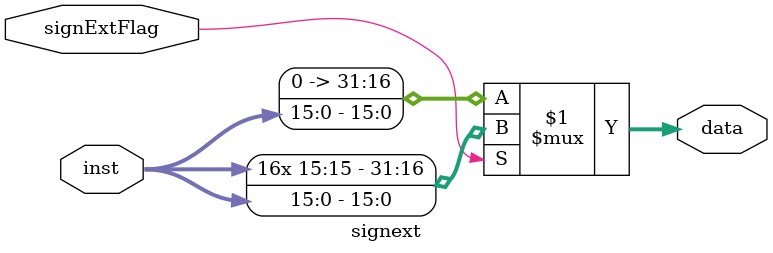
<source format=v>
`timescale 1ns / 1ps


module signext(
        input  [15:0] inst,
        input  signExtFlag,
        output [31:0] data
    );
    
    assign data = signExtFlag ? {{16{inst[15]}}, inst} : {{16{1'b0}}, inst};
endmodule

</source>
